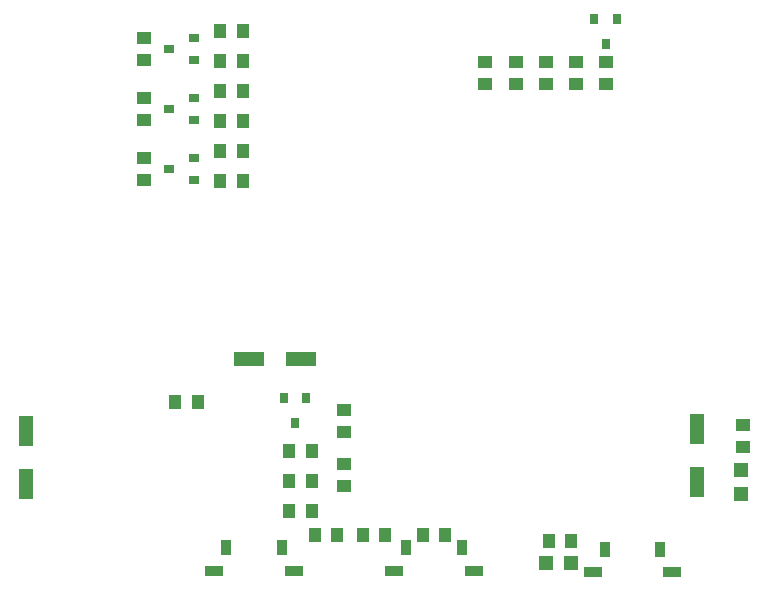
<source format=gtp>
G04 DipTrace 3.1.0.1*
G04 TeensyArbotixXYZRPIV0.3.gtp*
%MOIN*%
G04 #@! TF.FileFunction,Paste,Top*
G04 #@! TF.Part,Single*
%AMOUTLINE1*
4,1,4,
-0.0175,-0.025,
-0.0175,0.025,
0.0175,0.025,
0.0175,-0.025,
-0.0175,-0.025,
0*%
%AMOUTLINE2*
4,1,4,
0.0285,-0.0155,
-0.0285,-0.0155,
-0.0285,0.0155,
0.0285,0.0155,
0.0285,-0.0155,
0*%
%ADD29R,0.05X0.1*%
%ADD30R,0.1X0.05*%
%ADD39R,0.047244X0.047244*%
%ADD41R,0.035433X0.031496*%
%ADD44R,0.031496X0.035433*%
%ADD78R,0.043307X0.051181*%
%ADD102R,0.051181X0.043307*%
%ADD112OUTLINE1*%
%ADD113OUTLINE2*%
%FSLAX26Y26*%
G04*
G70*
G90*
G75*
G01*
G04 TopPaste*
%LPD*%
D29*
X533701Y743701D3*
Y918701D3*
D30*
X1452492Y1159616D3*
X1277492D3*
D102*
X2063701Y2076299D3*
Y2151103D3*
X1593701Y811103D3*
Y736299D3*
D29*
X2770424Y926334D3*
Y751334D3*
D39*
X2269324Y480973D3*
X2352002D3*
X2918701Y791395D3*
Y708718D3*
D41*
X1093071Y1956299D3*
Y2031103D3*
X1010394Y1993701D3*
D44*
X1468701Y1028701D3*
X1393898D3*
X1431299Y946024D3*
D41*
X1093071Y2156299D3*
Y2231103D3*
X1010394Y2193701D3*
D44*
X2503701Y2293701D3*
X2428898D3*
X2466299Y2211024D3*
D41*
X1093071Y1756299D3*
Y1831103D3*
X1010394Y1793701D3*
D78*
X1486103Y753701D3*
X1411299D3*
Y653701D3*
X1486103D3*
D102*
X928701Y1831103D3*
Y1756299D3*
X2923231Y866477D3*
Y941280D3*
D78*
X1106083Y1015138D3*
X1031280D3*
D102*
X1593701Y991103D3*
Y916299D3*
D78*
X1256103Y1953701D3*
X1181299D3*
X1411299Y853701D3*
X1486103D3*
X1856299Y573701D3*
X1931103D3*
X1656299D3*
X1731103D3*
X1571103D3*
X1496299D3*
D102*
X2368701Y2076299D3*
Y2151103D3*
D78*
X2276979Y553541D3*
X2351782D3*
X1256103Y2053701D3*
X1181299D3*
D102*
X928701Y2031103D3*
Y1956299D3*
D78*
X1256103Y2253701D3*
X1181299D3*
X1256103Y2153701D3*
X1181299D3*
D102*
X928701Y2156299D3*
Y2231103D3*
X2168701Y2076299D3*
Y2151103D3*
X2268701Y2076299D3*
Y2151103D3*
X2468701Y2076299D3*
Y2151103D3*
D78*
X1256103Y1753701D3*
X1181299D3*
X1256103Y1853701D3*
X1181299D3*
D112*
X2463701Y523701D3*
X2648701D3*
D113*
X2423201Y449201D3*
X2689201D3*
D112*
X1801201Y528701D3*
X1986201D3*
D113*
X1760701Y454201D3*
X2026701D3*
D112*
X1201201Y528701D3*
X1386201D3*
D113*
X1160701Y454201D3*
X1426701D3*
M02*

</source>
